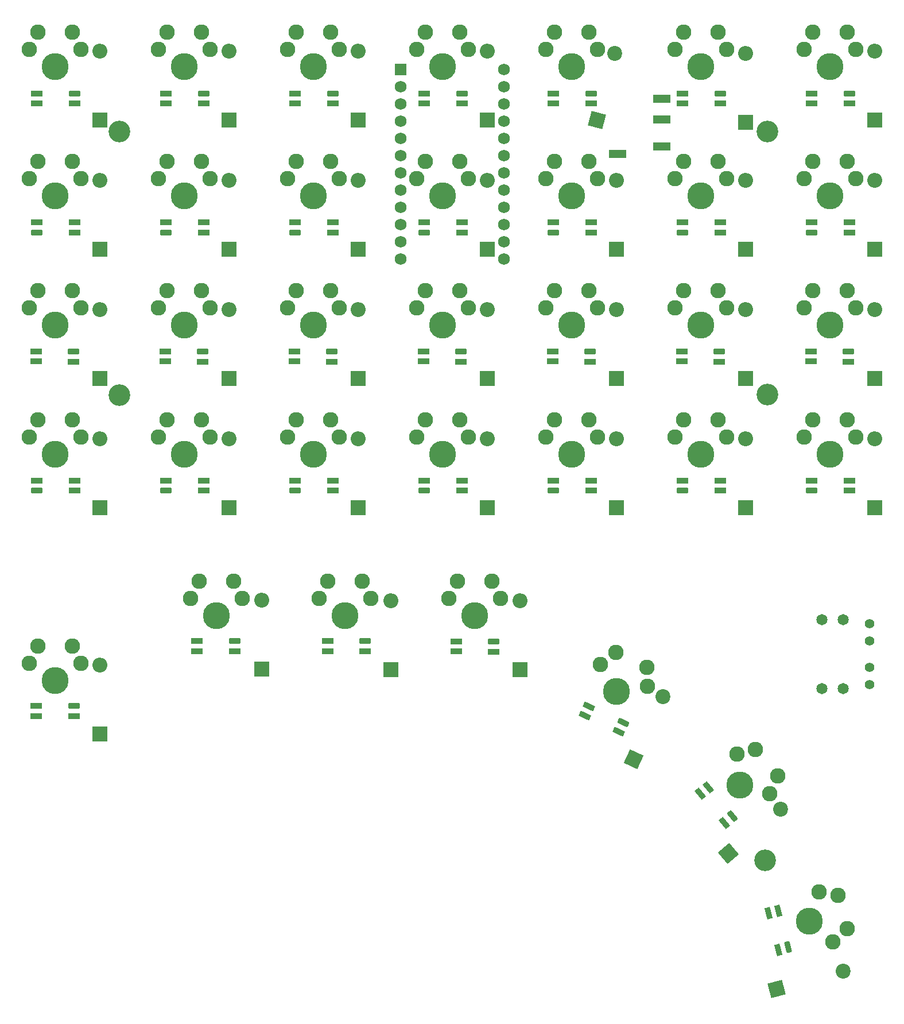
<source format=gts>
%TF.GenerationSoftware,KiCad,Pcbnew,7.0.1*%
%TF.CreationDate,2023-04-06T15:27:56+10:00*%
%TF.ProjectId,genesys,67656e65-7379-4732-9e6b-696361645f70,rev?*%
%TF.SameCoordinates,Original*%
%TF.FileFunction,Soldermask,Top*%
%TF.FilePolarity,Negative*%
%FSLAX46Y46*%
G04 Gerber Fmt 4.6, Leading zero omitted, Abs format (unit mm)*
G04 Created by KiCad (PCBNEW 7.0.1) date 2023-04-06 15:27:56*
%MOMM*%
%LPD*%
G01*
G04 APERTURE LIST*
G04 Aperture macros list*
%AMRoundRect*
0 Rectangle with rounded corners*
0 $1 Rounding radius*
0 $2 $3 $4 $5 $6 $7 $8 $9 X,Y pos of 4 corners*
0 Add a 4 corners polygon primitive as box body*
4,1,4,$2,$3,$4,$5,$6,$7,$8,$9,$2,$3,0*
0 Add four circle primitives for the rounded corners*
1,1,$1+$1,$2,$3*
1,1,$1+$1,$4,$5*
1,1,$1+$1,$6,$7*
1,1,$1+$1,$8,$9*
0 Add four rect primitives between the rounded corners*
20,1,$1+$1,$2,$3,$4,$5,0*
20,1,$1+$1,$4,$5,$6,$7,0*
20,1,$1+$1,$6,$7,$8,$9,0*
20,1,$1+$1,$8,$9,$2,$3,0*%
%AMHorizOval*
0 Thick line with rounded ends*
0 $1 width*
0 $2 $3 position (X,Y) of the first rounded end (center of the circle)*
0 $4 $5 position (X,Y) of the second rounded end (center of the circle)*
0 Add line between two ends*
20,1,$1,$2,$3,$4,$5,0*
0 Add two circle primitives to create the rounded ends*
1,1,$1,$2,$3*
1,1,$1,$4,$5*%
%AMRotRect*
0 Rectangle, with rotation*
0 The origin of the aperture is its center*
0 $1 length*
0 $2 width*
0 $3 Rotation angle, in degrees counterclockwise*
0 Add horizontal line*
21,1,$1,$2,0,0,$3*%
G04 Aperture macros list end*
%ADD10C,1.651000*%
%ADD11C,1.400000*%
%ADD12R,2.500000X1.200000*%
%ADD13C,3.200000*%
%ADD14C,3.987800*%
%ADD15C,2.286000*%
%ADD16R,2.200000X2.200000*%
%ADD17O,2.200000X2.200000*%
%ADD18R,1.700000X0.820000*%
%ADD19RoundRect,0.205000X0.645000X0.205000X-0.645000X0.205000X-0.645000X-0.205000X0.645000X-0.205000X0*%
%ADD20RoundRect,0.205000X-0.645000X-0.205000X0.645000X-0.205000X0.645000X0.205000X-0.645000X0.205000X0*%
%ADD21RotRect,1.700000X0.820000X285.000000*%
%ADD22RoundRect,0.205000X-0.364953X0.569964X-0.031077X-0.676080X0.364953X-0.569964X0.031077X0.676080X0*%
%ADD23RotRect,2.200000X2.200000X40.000000*%
%ADD24HorizOval,2.200000X0.000000X0.000000X0.000000X0.000000X0*%
%ADD25R,1.752600X1.752600*%
%ADD26C,1.752600*%
%ADD27RotRect,2.200000X2.200000X65.000000*%
%ADD28HorizOval,2.200000X0.000000X0.000000X0.000000X0.000000X0*%
%ADD29RotRect,2.200000X2.200000X75.000000*%
%ADD30HorizOval,2.200000X0.000000X0.000000X0.000000X0.000000X0*%
%ADD31RotRect,1.700000X0.820000X310.000000*%
%ADD32RoundRect,0.205000X-0.571637X0.362327X0.257559X-0.625870X0.571637X-0.362327X-0.257559X0.625870X0*%
%ADD33RotRect,1.700000X0.820000X335.000000*%
%ADD34RoundRect,0.205000X-0.671205X0.086796X0.497932X-0.458382X0.671205X-0.086796X-0.497932X0.458382X0*%
%ADD35RotRect,2.200000X2.200000X15.000000*%
%ADD36HorizOval,2.200000X0.000000X0.000000X0.000000X0.000000X0*%
G04 APERTURE END LIST*
D10*
%TO.C,R2*%
X152500000Y-112540000D03*
X152500000Y-122700000D03*
%TD*%
%TO.C,R1*%
X155650000Y-112540000D03*
X155650000Y-122700000D03*
%TD*%
D11*
%TO.C,TP4*%
X159600000Y-119510000D03*
X159600000Y-122050000D03*
%TD*%
%TO.C,TP3*%
X159600000Y-115640000D03*
X159600000Y-113100000D03*
%TD*%
D12*
%TO.C,J1*%
X128905000Y-42735000D03*
X128905000Y-38735000D03*
X128905000Y-35735000D03*
X122405000Y-43835000D03*
%TD*%
D13*
%TO.C,H7*%
X144145000Y-147955000D03*
%TD*%
%TO.C,H5*%
X144500000Y-79300000D03*
%TD*%
%TO.C,H4*%
X144500000Y-40525000D03*
%TD*%
%TO.C,H2*%
X48895000Y-79375000D03*
%TD*%
%TO.C,H1*%
X48895000Y-40525000D03*
%TD*%
D14*
%TO.C,SW23*%
X58470000Y-88135000D03*
D15*
X54660000Y-85595000D03*
X55930000Y-83055000D03*
X61010000Y-83055000D03*
X62280000Y-85595000D03*
%TD*%
D16*
%TO.C,D3*%
X84160000Y-38875000D03*
D17*
X84160000Y-28715000D03*
%TD*%
D16*
%TO.C,D22*%
X46060000Y-96025000D03*
D17*
X46060000Y-85865000D03*
%TD*%
D18*
%TO.C,SK6812Mini-E26*%
X118488836Y-92000000D03*
X118488836Y-93500000D03*
D19*
X112928836Y-93490000D03*
D18*
X112928836Y-91990000D03*
%TD*%
D16*
%TO.C,D28*%
X160360000Y-96025000D03*
D17*
X160360000Y-85865000D03*
%TD*%
D18*
%TO.C,SK6812Mini-E27*%
X137538836Y-92000000D03*
X137538836Y-93500000D03*
D19*
X131978836Y-93490000D03*
D18*
X131978836Y-91990000D03*
%TD*%
%TO.C,SK6812Mini-E7*%
X36708836Y-36420000D03*
X36708836Y-34920000D03*
D20*
X42268836Y-34930000D03*
D18*
X42268836Y-36430000D03*
%TD*%
D14*
%TO.C,SW4*%
X96570000Y-30985000D03*
D15*
X92760000Y-28445000D03*
X94030000Y-25905000D03*
X99110000Y-25905000D03*
X100380000Y-28445000D03*
%TD*%
D14*
%TO.C,SW18*%
X96570000Y-69085000D03*
D15*
X92760000Y-66545000D03*
X94030000Y-64005000D03*
X99110000Y-64005000D03*
X100380000Y-66545000D03*
%TD*%
D16*
%TO.C,D11*%
X103210000Y-57925000D03*
D17*
X103210000Y-47765000D03*
%TD*%
D14*
%TO.C,SW30*%
X63232500Y-111947500D03*
D15*
X59422500Y-109407500D03*
X60692500Y-106867500D03*
X65772500Y-106867500D03*
X67042500Y-109407500D03*
%TD*%
D14*
%TO.C,SW27*%
X134670000Y-88135000D03*
D15*
X130860000Y-85595000D03*
X132130000Y-83055000D03*
X137210000Y-83055000D03*
X138480000Y-85595000D03*
%TD*%
D18*
%TO.C,SK6812Mini-E19*%
X74685000Y-74450000D03*
X74685000Y-72950000D03*
D20*
X80245000Y-72960000D03*
D18*
X80245000Y-74460000D03*
%TD*%
%TO.C,SK6812Mini-E34*%
X60355000Y-117170000D03*
X60355000Y-115670000D03*
D20*
X65915000Y-115680000D03*
D18*
X65915000Y-117180000D03*
%TD*%
%TO.C,SK6812Mini-E23*%
X61338836Y-92000000D03*
X61338836Y-93500000D03*
D19*
X55778836Y-93490000D03*
D18*
X55778836Y-91990000D03*
%TD*%
%TO.C,SK6812Mini-E11*%
X99438836Y-53912492D03*
X99438836Y-55412492D03*
D19*
X93878836Y-55402492D03*
D18*
X93878836Y-53902492D03*
%TD*%
%TO.C,SK6812Mini-E5*%
X74808836Y-36420000D03*
X74808836Y-34920000D03*
D20*
X80368836Y-34930000D03*
D18*
X80368836Y-36430000D03*
%TD*%
D14*
%TO.C,SW15*%
X39420000Y-69085000D03*
D15*
X35610000Y-66545000D03*
X36880000Y-64005000D03*
X41960000Y-64005000D03*
X43230000Y-66545000D03*
%TD*%
D18*
%TO.C,SK6812Mini-E21*%
X36585000Y-74450000D03*
X36585000Y-72950000D03*
D20*
X42145000Y-72960000D03*
D18*
X42145000Y-74460000D03*
%TD*%
D16*
%TO.C,D17*%
X84160000Y-76975000D03*
D17*
X84160000Y-66815000D03*
%TD*%
D14*
%TO.C,SW32*%
X101332500Y-111947500D03*
D15*
X97522500Y-109407500D03*
X98792500Y-106867500D03*
X103872500Y-106867500D03*
X105142500Y-109407500D03*
%TD*%
D14*
%TO.C,SW9*%
X58470000Y-50035000D03*
D15*
X54660000Y-47495000D03*
X55930000Y-44955000D03*
X61010000Y-44955000D03*
X62280000Y-47495000D03*
%TD*%
D18*
%TO.C,SK6812Mini-E25*%
X99438836Y-92000000D03*
X99438836Y-93500000D03*
D19*
X93878836Y-93490000D03*
D18*
X93878836Y-91990000D03*
%TD*%
D16*
%TO.C,D29*%
X46060000Y-129362500D03*
D17*
X46060000Y-119202500D03*
%TD*%
D16*
%TO.C,D20*%
X141310000Y-76975000D03*
D17*
X141310000Y-66815000D03*
%TD*%
D21*
%TO.C,SK6812Mini-E29*%
X144688430Y-155782546D03*
X146137318Y-155394318D03*
D22*
X147566693Y-160767454D03*
D21*
X146117804Y-161155682D03*
%TD*%
D16*
%TO.C,D21*%
X160360000Y-76975000D03*
D17*
X160360000Y-66815000D03*
%TD*%
D16*
%TO.C,D18*%
X103210000Y-76975000D03*
D17*
X103210000Y-66815000D03*
%TD*%
D18*
%TO.C,SK6812Mini-E17*%
X112785000Y-74450000D03*
X112785000Y-72950000D03*
D20*
X118345000Y-72960000D03*
D18*
X118345000Y-74460000D03*
%TD*%
D14*
%TO.C,SW10*%
X77520000Y-50035000D03*
D15*
X73710000Y-47495000D03*
X74980000Y-44955000D03*
X80060000Y-44955000D03*
X81330000Y-47495000D03*
%TD*%
D18*
%TO.C,SK6812Mini-E22*%
X42288836Y-92000000D03*
X42288836Y-93500000D03*
D19*
X36728836Y-93490000D03*
D18*
X36728836Y-91990000D03*
%TD*%
D16*
%TO.C,D23*%
X65110000Y-96025000D03*
D17*
X65110000Y-85865000D03*
%TD*%
D18*
%TO.C,SK6812Mini-E33*%
X79605000Y-117170000D03*
X79605000Y-115670000D03*
D20*
X85165000Y-115680000D03*
D18*
X85165000Y-117180000D03*
%TD*%
D14*
%TO.C,SW20*%
X134670000Y-69085000D03*
D15*
X130860000Y-66545000D03*
X132130000Y-64005000D03*
X137210000Y-64005000D03*
X138480000Y-66545000D03*
%TD*%
D14*
%TO.C,SW7*%
X153720000Y-30985000D03*
D15*
X149910000Y-28445000D03*
X151180000Y-25905000D03*
X156260000Y-25905000D03*
X157530000Y-28445000D03*
%TD*%
D18*
%TO.C,SK6812Mini-E6*%
X55758836Y-36420000D03*
X55758836Y-34920000D03*
D20*
X61318836Y-34930000D03*
D18*
X61318836Y-36430000D03*
%TD*%
%TO.C,SK6812Mini-E18*%
X93735000Y-74450000D03*
X93735000Y-72950000D03*
D20*
X99295000Y-72960000D03*
D18*
X99295000Y-74460000D03*
%TD*%
D14*
%TO.C,SW33*%
X122265226Y-123055221D03*
D15*
X119885644Y-119143024D03*
X122110105Y-117377727D03*
X126714149Y-119524628D03*
X126791709Y-122363375D03*
%TD*%
D16*
%TO.C,D6*%
X141300000Y-39196904D03*
D17*
X141300000Y-29036904D03*
%TD*%
D14*
%TO.C,SW28*%
X153720000Y-88135000D03*
D15*
X149910000Y-85595000D03*
X151180000Y-83055000D03*
X156260000Y-83055000D03*
X157530000Y-85595000D03*
%TD*%
D14*
%TO.C,SW24*%
X77520000Y-88135000D03*
D15*
X73710000Y-85595000D03*
X74980000Y-83055000D03*
X80060000Y-83055000D03*
X81330000Y-85595000D03*
%TD*%
D16*
%TO.C,D7*%
X160360000Y-38875000D03*
D17*
X160360000Y-28715000D03*
%TD*%
D16*
%TO.C,D32*%
X107972500Y-119837500D03*
D17*
X107972500Y-109677500D03*
%TD*%
D16*
%TO.C,D12*%
X122260000Y-57925000D03*
D17*
X122260000Y-47765000D03*
%TD*%
D14*
%TO.C,SW34*%
X140465226Y-136889051D03*
D15*
X139961958Y-132337741D03*
X142724051Y-131677937D03*
X145989412Y-135569443D03*
X144860000Y-138175000D03*
%TD*%
D14*
%TO.C,SW6*%
X134670000Y-30985000D03*
D15*
X130860000Y-28445000D03*
X132130000Y-25905000D03*
X137210000Y-25905000D03*
X138480000Y-28445000D03*
%TD*%
D18*
%TO.C,SK6812Mini-E20*%
X55635000Y-74450000D03*
X55635000Y-72950000D03*
D20*
X61195000Y-72960000D03*
D18*
X61195000Y-74460000D03*
%TD*%
D23*
%TO.C,D34*%
X138693811Y-146991561D03*
D24*
X146476823Y-140460839D03*
%TD*%
D14*
%TO.C,SW26*%
X115620000Y-88135000D03*
D15*
X111810000Y-85595000D03*
X113080000Y-83055000D03*
X118160000Y-83055000D03*
X119430000Y-85595000D03*
%TD*%
D14*
%TO.C,SW22*%
X39420000Y-88135000D03*
D15*
X35610000Y-85595000D03*
X36880000Y-83055000D03*
X41960000Y-83055000D03*
X43230000Y-85595000D03*
%TD*%
D25*
%TO.C,U1*%
X90396400Y-31376750D03*
D26*
X90396400Y-33916750D03*
X90396400Y-36456750D03*
X90396400Y-38996750D03*
X90396400Y-41536750D03*
X90396400Y-44076750D03*
X90396400Y-46616750D03*
X90396400Y-49156750D03*
X90396400Y-51696750D03*
X90396400Y-54236750D03*
X90396400Y-56776750D03*
X90396400Y-59316750D03*
X105636400Y-59316750D03*
X105636400Y-56776750D03*
X105636400Y-54236750D03*
X105636400Y-51696750D03*
X105636400Y-49156750D03*
X105636400Y-46616750D03*
X105636400Y-44076750D03*
X105636400Y-41536750D03*
X105636400Y-38996750D03*
X105636400Y-36456750D03*
X105636400Y-33916750D03*
X105636400Y-31376750D03*
%TD*%
D14*
%TO.C,SW35*%
X150665226Y-156955221D03*
D15*
X152132577Y-152617643D03*
X154914729Y-153186969D03*
X156229530Y-158093872D03*
X154104778Y-159977998D03*
%TD*%
D16*
%TO.C,D26*%
X122260000Y-96025000D03*
D17*
X122260000Y-85865000D03*
%TD*%
D18*
%TO.C,SK6812Mini-E3*%
X112908836Y-36420000D03*
X112908836Y-34920000D03*
D20*
X118468836Y-34930000D03*
D18*
X118468836Y-36430000D03*
%TD*%
D27*
%TO.C,D33*%
X124763174Y-133081540D03*
D28*
X129056976Y-123873453D03*
%TD*%
D18*
%TO.C,SK6812Mini-E28*%
X156588836Y-92000000D03*
X156588836Y-93500000D03*
D19*
X151028836Y-93490000D03*
D18*
X151028836Y-91990000D03*
%TD*%
D14*
%TO.C,SW12*%
X115620000Y-50035000D03*
D15*
X111810000Y-47495000D03*
X113080000Y-44955000D03*
X118160000Y-44955000D03*
X119430000Y-47495000D03*
%TD*%
D29*
%TO.C,D5*%
X119380000Y-38875000D03*
D30*
X122009601Y-29061194D03*
%TD*%
D14*
%TO.C,SW2*%
X58470000Y-30985000D03*
D15*
X54660000Y-28445000D03*
X55930000Y-25905000D03*
X61010000Y-25905000D03*
X62280000Y-28445000D03*
%TD*%
D14*
%TO.C,SW13*%
X134670000Y-50035000D03*
D15*
X130860000Y-47495000D03*
X132130000Y-44955000D03*
X137210000Y-44955000D03*
X138480000Y-47495000D03*
%TD*%
D16*
%TO.C,D16*%
X65110000Y-76975000D03*
D17*
X65110000Y-66815000D03*
%TD*%
D16*
%TO.C,D13*%
X141310000Y-57925000D03*
D17*
X141310000Y-47765000D03*
%TD*%
D18*
%TO.C,SK6812Mini-E4*%
X93858836Y-36420000D03*
X93858836Y-34920000D03*
D20*
X99418836Y-34930000D03*
D18*
X99418836Y-36430000D03*
%TD*%
%TO.C,SK6812Mini-E8*%
X42288836Y-53912492D03*
X42288836Y-55412492D03*
D19*
X36728836Y-55402492D03*
D18*
X36728836Y-53902492D03*
%TD*%
D16*
%TO.C,D30*%
X69895000Y-119790000D03*
D17*
X69895000Y-109630000D03*
%TD*%
D18*
%TO.C,SK6812Mini-E32*%
X98585000Y-117200000D03*
X98585000Y-115700000D03*
D20*
X104145000Y-115710000D03*
D18*
X104145000Y-117210000D03*
%TD*%
D14*
%TO.C,SW16*%
X58470000Y-69085000D03*
D15*
X54660000Y-66545000D03*
X55930000Y-64005000D03*
X61010000Y-64005000D03*
X62280000Y-66545000D03*
%TD*%
D14*
%TO.C,SW21*%
X153720000Y-69085000D03*
D15*
X149910000Y-66545000D03*
X151180000Y-64005000D03*
X156260000Y-64005000D03*
X157530000Y-66545000D03*
%TD*%
D14*
%TO.C,SW29*%
X39420000Y-121472500D03*
D15*
X35610000Y-118932500D03*
X36880000Y-116392500D03*
X41960000Y-116392500D03*
X43230000Y-118932500D03*
%TD*%
D14*
%TO.C,SW3*%
X77520000Y-30985000D03*
D15*
X73710000Y-28445000D03*
X74980000Y-25905000D03*
X80060000Y-25905000D03*
X81330000Y-28445000D03*
%TD*%
D16*
%TO.C,D10*%
X84160000Y-57925000D03*
D17*
X84160000Y-47765000D03*
%TD*%
D18*
%TO.C,SK6812Mini-E12*%
X118488836Y-53912492D03*
X118488836Y-55412492D03*
D19*
X112928836Y-55402492D03*
D18*
X112928836Y-53902492D03*
%TD*%
D16*
%TO.C,D9*%
X65110000Y-57925000D03*
D17*
X65110000Y-47765000D03*
%TD*%
D14*
%TO.C,SW14*%
X153720000Y-50035000D03*
D15*
X149910000Y-47495000D03*
X151180000Y-44955000D03*
X156260000Y-44955000D03*
X157530000Y-47495000D03*
%TD*%
D16*
%TO.C,D4*%
X103210000Y-38875000D03*
D17*
X103210000Y-28715000D03*
%TD*%
D31*
%TO.C,SK6812Mini-E30*%
X134587024Y-138192415D03*
X135736091Y-137228234D03*
D32*
X139302329Y-141493869D03*
D31*
X138153263Y-142458050D03*
%TD*%
D18*
%TO.C,SK6812Mini-E24*%
X80388836Y-92000000D03*
X80388836Y-93500000D03*
D19*
X74828836Y-93490000D03*
D18*
X74828836Y-91990000D03*
%TD*%
D16*
%TO.C,D24*%
X84160000Y-96025000D03*
D17*
X84160000Y-85865000D03*
%TD*%
D16*
%TO.C,D31*%
X88922500Y-119837500D03*
D17*
X88922500Y-109677500D03*
%TD*%
D16*
%TO.C,D19*%
X122260000Y-76975000D03*
D17*
X122260000Y-66815000D03*
%TD*%
D18*
%TO.C,SK6812Mini-E10*%
X80388836Y-53912492D03*
X80388836Y-55412492D03*
D19*
X74828836Y-55402492D03*
D18*
X74828836Y-53902492D03*
%TD*%
D33*
%TO.C,SK6812Mini-E31*%
X117542027Y-126679975D03*
X118175955Y-125320513D03*
D34*
X123210800Y-127679334D03*
D33*
X122576872Y-129038795D03*
%TD*%
D14*
%TO.C,SW31*%
X82205000Y-111947500D03*
D15*
X78395000Y-109407500D03*
X79665000Y-106867500D03*
X84745000Y-106867500D03*
X86015000Y-109407500D03*
%TD*%
D16*
%TO.C,D15*%
X46060000Y-76975000D03*
D17*
X46060000Y-66815000D03*
%TD*%
D14*
%TO.C,SW5*%
X115620000Y-30985000D03*
D15*
X111810000Y-28445000D03*
X113080000Y-25905000D03*
X118160000Y-25905000D03*
X119430000Y-28445000D03*
%TD*%
D35*
%TO.C,D35*%
X145811194Y-166964601D03*
D36*
X155625000Y-164335000D03*
%TD*%
D16*
%TO.C,D8*%
X46060000Y-57925000D03*
D17*
X46060000Y-47765000D03*
%TD*%
D16*
%TO.C,D25*%
X103210000Y-96025000D03*
D17*
X103210000Y-85865000D03*
%TD*%
D18*
%TO.C,SK6812Mini-E15*%
X150885000Y-74450000D03*
X150885000Y-72950000D03*
D20*
X156445000Y-72960000D03*
D18*
X156445000Y-74460000D03*
%TD*%
D14*
%TO.C,SW19*%
X115620000Y-69085000D03*
D15*
X111810000Y-66545000D03*
X113080000Y-64005000D03*
X118160000Y-64005000D03*
X119430000Y-66545000D03*
%TD*%
D14*
%TO.C,SW8*%
X39420000Y-50035000D03*
D15*
X35610000Y-47495000D03*
X36880000Y-44955000D03*
X41960000Y-44955000D03*
X43230000Y-47495000D03*
%TD*%
D14*
%TO.C,SW25*%
X96570000Y-88135000D03*
D15*
X92760000Y-85595000D03*
X94030000Y-83055000D03*
X99110000Y-83055000D03*
X100380000Y-85595000D03*
%TD*%
D18*
%TO.C,SK6812Mini-E14*%
X156588836Y-53912492D03*
X156588836Y-55412492D03*
D19*
X151028836Y-55402492D03*
D18*
X151028836Y-53902492D03*
%TD*%
D14*
%TO.C,SW17*%
X77520000Y-69085000D03*
D15*
X73710000Y-66545000D03*
X74980000Y-64005000D03*
X80060000Y-64005000D03*
X81330000Y-66545000D03*
%TD*%
D16*
%TO.C,D2*%
X65110000Y-38875000D03*
D17*
X65110000Y-28715000D03*
%TD*%
D16*
%TO.C,D1*%
X46060000Y-38875000D03*
D17*
X46060000Y-28715000D03*
%TD*%
D16*
%TO.C,D14*%
X160360000Y-57925000D03*
D17*
X160360000Y-47765000D03*
%TD*%
D18*
%TO.C,SK6812Mini-E9*%
X61338836Y-53912492D03*
X61338836Y-55412492D03*
D19*
X55778836Y-55402492D03*
D18*
X55778836Y-53902492D03*
%TD*%
%TO.C,SK6812Mini-E2*%
X131958836Y-36420000D03*
X131958836Y-34920000D03*
D20*
X137518836Y-34930000D03*
D18*
X137518836Y-36430000D03*
%TD*%
%TO.C,SK6812Mini-E16*%
X131835000Y-74450000D03*
X131835000Y-72950000D03*
D20*
X137395000Y-72960000D03*
D18*
X137395000Y-74460000D03*
%TD*%
%TO.C,SK6812Mini-E13*%
X137538836Y-53912492D03*
X137538836Y-55412492D03*
D19*
X131978836Y-55402492D03*
D18*
X131978836Y-53902492D03*
%TD*%
D14*
%TO.C,SW1*%
X39420000Y-30985000D03*
D15*
X35610000Y-28445000D03*
X36880000Y-25905000D03*
X41960000Y-25905000D03*
X43230000Y-28445000D03*
%TD*%
D18*
%TO.C,SK6812Mini-E1*%
X151008836Y-36420000D03*
X151008836Y-34920000D03*
D20*
X156568836Y-34930000D03*
D18*
X156568836Y-36430000D03*
%TD*%
D14*
%TO.C,SW11*%
X96570000Y-50035000D03*
D15*
X92760000Y-47495000D03*
X94030000Y-44955000D03*
X99110000Y-44955000D03*
X100380000Y-47495000D03*
%TD*%
D18*
%TO.C,SK6812Mini-E35*%
X36645000Y-126710000D03*
X36645000Y-125210000D03*
D20*
X42205000Y-125220000D03*
D18*
X42205000Y-126720000D03*
%TD*%
D16*
%TO.C,D27*%
X141310000Y-96025000D03*
D17*
X141310000Y-85865000D03*
%TD*%
M02*

</source>
